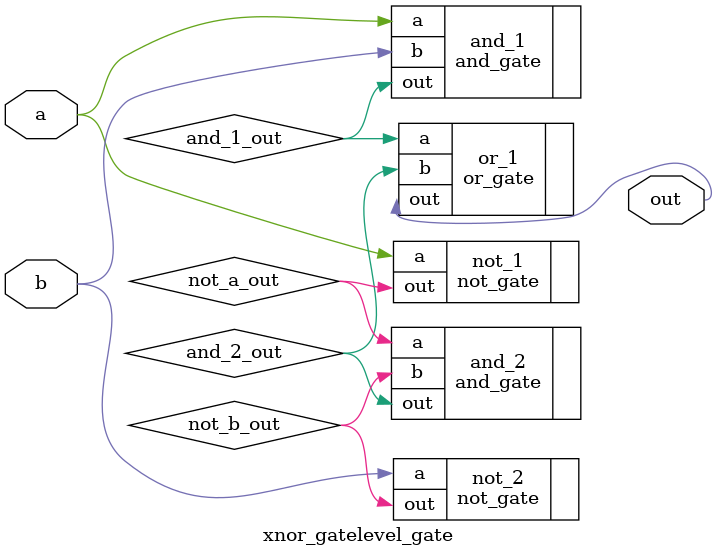
<source format=v>
module xnor_gatelevel_gate (a, b, out); 
	
	input a, b;

	output out;

	wire not_a_out, not_b_out;
	wire and_1_out, and_2_out;

	not_gate not_1 (.a(a), .out(not_a_out));
	not_gate not_2 (.a(b), .out(not_b_out));
	
	and_gate and_1 (.a(a), .b(b), .out(and_1_out));
	and_gate and_2 (.a(not_a_out), .b(not_b_out), .out(and_2_out));
	
	or_gate or_1 (.a(and_1_out), .b(and_2_out), .out(out));

endmodule
</source>
